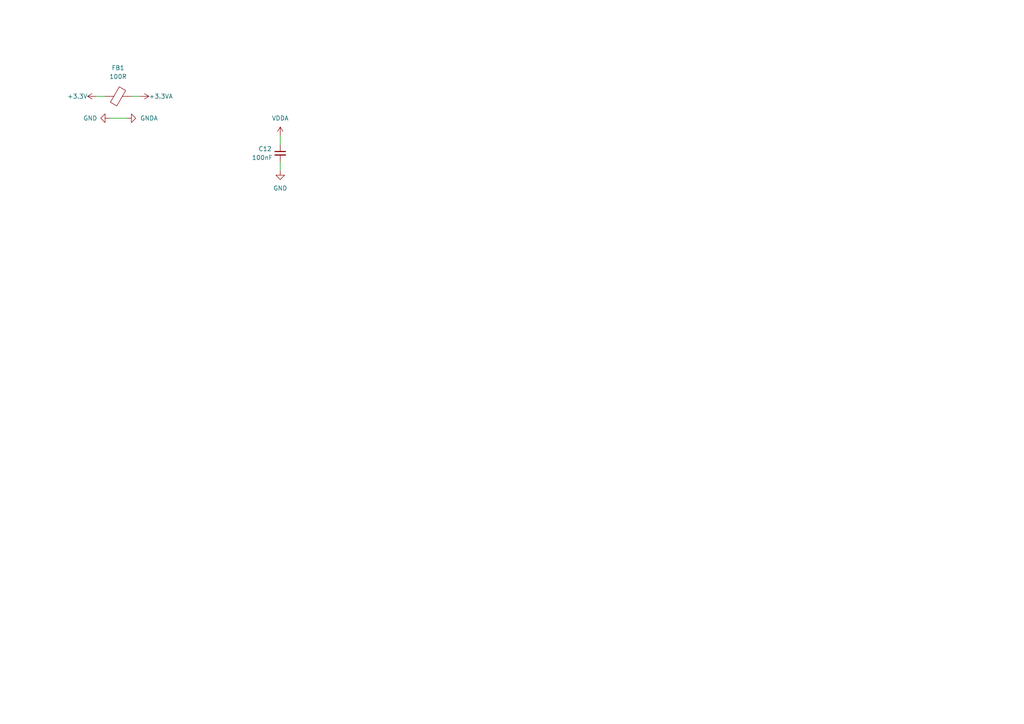
<source format=kicad_sch>
(kicad_sch (version 20230121) (generator eeschema)
  (paper "A4")
  (lib_symbols
    (symbol "Device:C_Small" (pin_numbers hide) (pin_names (offset 0.254) hide)
      (property "Reference" "C" (at 0.254 1.778 0))
      (property "Value" "C_Small" (at 0.254 -2.032 0))
      (symbol "C_Small_0_1"
        (polyline (pts (xy -1.524 -0.508) (xy 1.524 -0.508)) (stroke (width 0.3302)))
        (polyline (pts (xy -1.524 0.508) (xy 1.524 0.508)) (stroke (width 0.3048)))
      )
      (symbol "C_Small_1_1"
        (pin passive line (at 0 2.54 270) (length 2.032) (name "~") (number "1"))
        (pin passive line (at 0 -2.54 90) (length 2.032) (name "~") (number "2"))
      )
    )
    (symbol "Device:FerriteBead" (pin_numbers hide) (pin_names (offset 0))
      (property "Reference" "FB" (at -3.81 0.635 90))
      (property "Value" "FerriteBead" (at 3.81 0 90))
      (symbol "FerriteBead_0_1"
        (polyline (pts (xy 0 -1.27) (xy 0 -1.2192)))
        (polyline (pts (xy 0 1.27) (xy 0 1.2954)))
        (polyline (pts (xy -2.7686 0.4064) (xy -1.7018 2.2606) (xy 2.7686 -0.3048) (xy 1.6764 -2.159) (xy -2.7686 0.4064)))
      )
      (symbol "FerriteBead_1_1"
        (pin passive line (at 0 3.81 270) (length 2.54) (name "~") (number "1"))
        (pin passive line (at 0 -3.81 90) (length 2.54) (name "~") (number "2"))
      )
    )
    (symbol "power:+3.3V" (power) (pin_names (offset 0))
      (property "Value" "+3.3V" (at 0 3.556 0))
      (symbol "+3.3V_0_1"
        (polyline (pts (xy -0.762 1.27) (xy 0 2.54)))
        (polyline (pts (xy 0 0) (xy 0 2.54)))
        (polyline (pts (xy 0 2.54) (xy 0.762 1.27)))
      )
      (symbol "+3.3V_1_1"
        (pin power_in line (at 0 0 90) (length 0) hide (name "+3.3V") (number "1"))
      )
    )
    (symbol "power:+3.3VA" (power) (pin_names (offset 0))
      (property "Value" "+3.3VA" (at 0 3.556 0))
      (symbol "+3.3VA_0_1"
        (polyline (pts (xy -0.762 1.27) (xy 0 2.54)))
        (polyline (pts (xy 0 0) (xy 0 2.54)))
        (polyline (pts (xy 0 2.54) (xy 0.762 1.27)))
      )
      (symbol "+3.3VA_1_1"
        (pin power_in line (at 0 0 90) (length 0) hide (name "+3.3VA") (number "1"))
      )
    )
    (symbol "power:GND" (power) (pin_names (offset 0))
      (property "Value" "GND" (at 0 -3.81 0))
      (symbol "GND_0_1"
        (polyline (pts (xy 0 0) (xy 0 -1.27) (xy 1.27 -1.27) (xy 0 -2.54) (xy -1.27 -1.27) (xy 0 -1.27)))
      )
      (symbol "GND_1_1"
        (pin power_in line (at 0 0 270) (length 0) hide (name "GND") (number "1"))
      )
    )
    (symbol "power:GNDA" (power) (pin_names (offset 0))
      (property "Value" "GNDA" (at 0 -3.81 0))
      (symbol "GNDA_0_1"
        (polyline (pts (xy 0 0) (xy 0 -1.27) (xy 1.27 -1.27) (xy 0 -2.54) (xy -1.27 -1.27) (xy 0 -1.27)))
      )
      (symbol "GNDA_1_1"
        (pin power_in line (at 0 0 270) (length 0) hide (name "GNDA") (number "1"))
      )
    )
    (symbol "power:VDDA" (power) (pin_names (offset 0))
      (property "Value" "VDDA" (at 0 3.81 0))
      (symbol "VDDA_0_1"
        (polyline (pts (xy -0.762 1.27) (xy 0 2.54)))
        (polyline (pts (xy 0 0) (xy 0 2.54)))
        (polyline (pts (xy 0 2.54) (xy 0.762 1.27)))
      )
      (symbol "VDDA_1_1"
        (pin power_in line (at 0 0 90) (length 0) hide (name "VDDA") (number "1"))
      )
    )
  )
  (wire (pts (xy 40.64 27.94) (xy 38.1 27.94)))
  (wire (pts (xy 27.94 27.94) (xy 30.48 27.94)))
  (wire (pts (xy 81.28 46.99) (xy 81.28 49.53)))
  (wire (pts (xy 81.28 39.37) (xy 81.28 41.91)))
  (wire (pts (xy 36.83 34.29) (xy 31.75 34.29)))
  (symbol (lib_id "power:GND") (at 81.28 49.53 0) (unit 1)
    (property "Reference" "#PWR010" (effects hide))
    (property "Value" "GND" (at 81.28 54.61 0))
  )
  (symbol (lib_id "power:GNDA") (at 36.83 34.29 90) (unit 1)
    (property "Reference" "#PWR0104" (effects hide))
    (property "Value" "GNDA" (at 40.64 34.29 90) (effects (justify right)))
    (instances (project "pcb-oven-controller" (path "" (reference "#PWR0104") (unit 1)) (path "" (reference "#PWR023") (unit 1))))
  )
  (symbol (lib_id "power:GND") (at 31.75 34.29 270) (unit 1)
    (property "Reference" "#PWR0103" (effects hide))
    (property "Value" "GND" (at 24.13 34.29 90) (effects (justify left)))
    (instances (project "pcb-oven-controller" (path "" (reference "#PWR0103") (unit 1)) (path "" (reference "#PWR013") (unit 1))))
  )
  (symbol (lib_id "power:+3.3V") (at 27.94 27.94 90) (unit 1)
    (property "Reference" "#PWR012" (effects hide))
    (property "Value" "+3.3V" (at 25.4 27.94 90) (effects (justify left)))
  )
  (symbol (lib_id "Device:FerriteBead") (at 34.29 27.94 90) (unit 1)
    (property "Reference" "FB1" (at 34.2392 19.685 90))
    (property "Value" "100R" (at 34.2392 22.225 90))
    (property "Footprint" "Inductor_SMD:L_0603_1608Metric" (effects hide))
  )
  (symbol (lib_id "power:VDDA") (at 81.28 39.37 0) (unit 1)
    (property "Reference" "#PWR09" (effects hide))
    (property "Value" "VDDA" (at 81.28 34.29 0))
  )
  (symbol (lib_id "power:+3.3VA") (at 40.64 27.94 270) (unit 1)
    (property "Reference" "#PWR013" (effects hide))
    (property "Value" "+3.3VA" (at 43.18 27.94 90) (effects (justify left)))
    (instances (project "pcb-oven-controller" (path "" (reference "#PWR013") (unit 1)) (path "" (reference "#PWR024") (unit 1))))
  )
  (symbol (lib_id "Device:C_Small") (at 81.28 44.45 0) (unit 1)
    (property "Reference" "C12" (at 74.93 43.18 0) (effects (justify left)))
    (property "Value" "100nF" (at 73.025 45.72 0) (effects (justify left)))
    (property "Footprint" "Capacitor_SMD:C_0402_1005Metric" (effects hide))
  )
)
</source>
